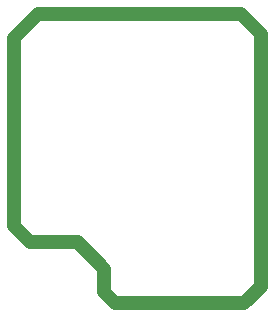
<source format=gko>
G04*
G04 #@! TF.GenerationSoftware,Altium Limited,Altium Designer,20.2.3 (150)*
G04*
G04 Layer_Color=16711935*
%FSLAX25Y25*%
%MOIN*%
G70*
G04*
G04 #@! TF.SameCoordinates,E3536D8E-EA57-4637-94A7-A09A4E1BA4FE*
G04*
G04*
G04 #@! TF.FilePolarity,Positive*
G04*
G01*
G75*
%ADD52C,0.04724*%
D52*
X253014Y366186D02*
X296086D01*
X249400Y369800D02*
X253014Y366186D01*
X249400Y369800D02*
Y377600D01*
X219200Y454500D02*
X227200Y462500D01*
X295100D01*
X240500Y386500D02*
X249400Y377600D01*
X224800Y386500D02*
X240500D01*
X219200Y392100D02*
Y454500D01*
Y392100D02*
X224800Y386500D01*
X296086Y366186D02*
X301600Y371700D01*
X295100Y462500D02*
X301600Y456000D01*
Y371700D02*
Y456000D01*
M02*

</source>
